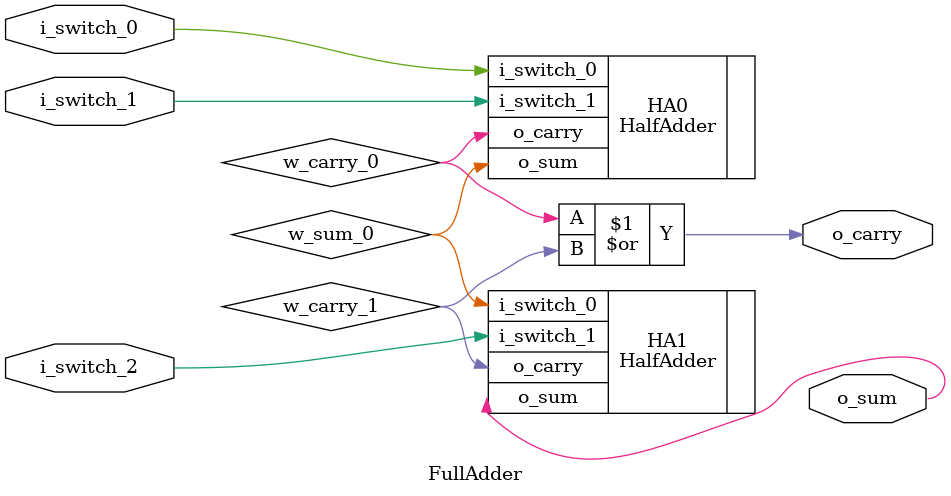
<source format=v>
`timescale 1ns / 1ps


module FullAdder(
    input i_switch_0, i_switch_1, i_switch_2,
    output o_sum, o_carry
    );

    wire w_sum_0, w_carry_0, w_carry_1;

    HalfAdder HA0(
        .i_switch_0(i_switch_0),
        .i_switch_1(i_switch_1),
        .o_sum(w_sum_0),
        .o_carry(w_carry_0)
    );

    HalfAdder HA1(
        .i_switch_0(w_sum_0),
        .i_switch_1(i_switch_2),
        .o_sum(o_sum),
        .o_carry(w_carry_1)
    );

    assign o_carry = w_carry_0 | w_carry_1;
endmodule

</source>
